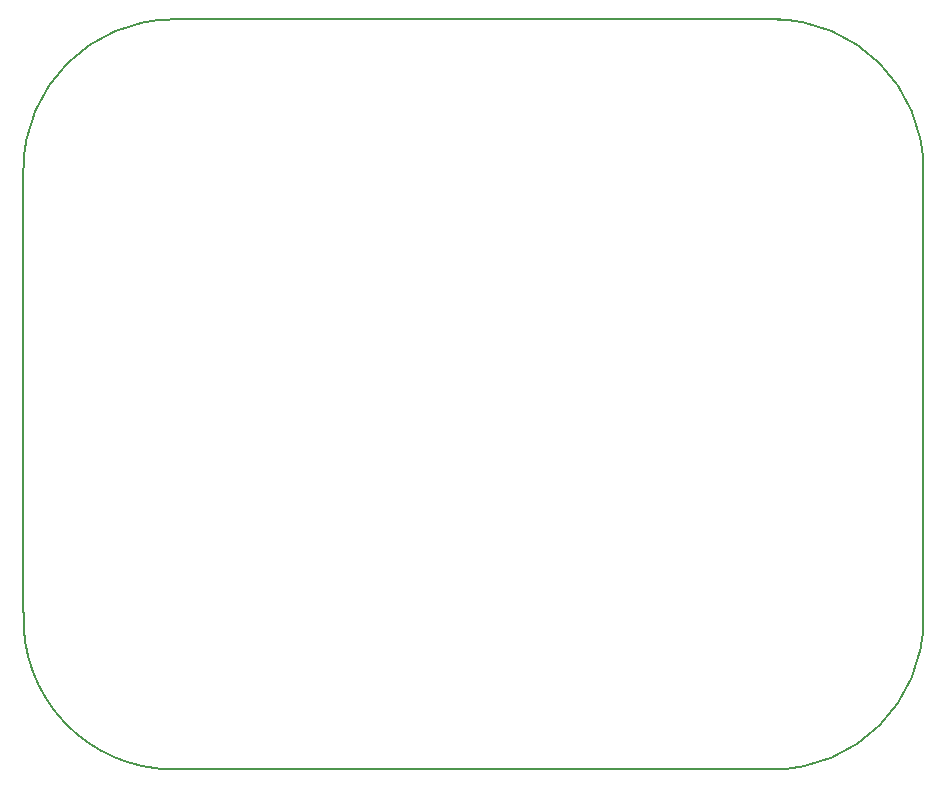
<source format=gbr>
G04 #@! TF.FileFunction,Profile,NP*
%FSLAX46Y46*%
G04 Gerber Fmt 4.6, Leading zero omitted, Abs format (unit mm)*
G04 Created by KiCad (PCBNEW 4.0.5) date 05/18/17 10:57:56*
%MOMM*%
%LPD*%
G01*
G04 APERTURE LIST*
%ADD10C,0.100000*%
%ADD11C,0.150000*%
G04 APERTURE END LIST*
D10*
D11*
X133350000Y-133350000D02*
X184150000Y-133350000D01*
X120650000Y-120015000D02*
X120650000Y-82550000D01*
X184785000Y-69850000D02*
X133350000Y-69850000D01*
X196850000Y-82550000D02*
X196850000Y-120650000D01*
X184150000Y-133350000D02*
G75*
G03X196850000Y-120650000I0J12700000D01*
G01*
X133350000Y-69850000D02*
G75*
G03X120650000Y-82550000I0J-12700000D01*
G01*
X120665845Y-120015792D02*
G75*
G03X133350000Y-133350000I12684155J-634208D01*
G01*
X196850000Y-82550000D02*
G75*
G03X184150000Y-69850000I-12700000J0D01*
G01*
M02*

</source>
